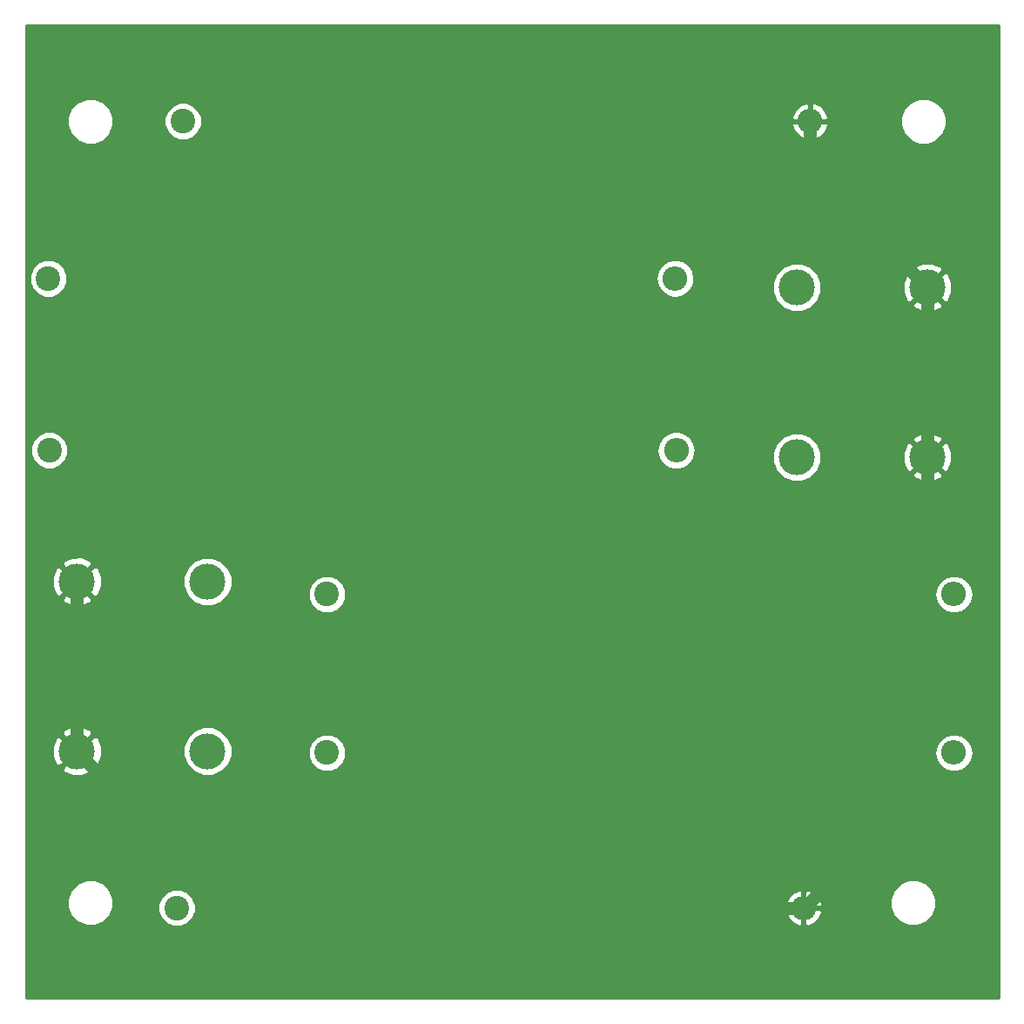
<source format=gbl>
G04 #@! TF.GenerationSoftware,KiCad,Pcbnew,5.0.0*
G04 #@! TF.CreationDate,2018-09-30T11:55:23-04:00*
G04 #@! TF.ProjectId,audio-attenuator,617564696F2D617474656E7561746F72,rev?*
G04 #@! TF.SameCoordinates,Original*
G04 #@! TF.FileFunction,Copper,L2,Bot,Signal*
G04 #@! TF.FilePolarity,Positive*
%FSLAX46Y46*%
G04 Gerber Fmt 4.6, Leading zero omitted, Abs format (unit mm)*
G04 Created by KiCad (PCBNEW 5.0.0) date Sun Sep 30 11:55:23 2018*
%MOMM*%
%LPD*%
G01*
G04 APERTURE LIST*
G04 #@! TA.AperFunction,ComponentPad*
%ADD10C,2.400000*%
G04 #@! TD*
G04 #@! TA.AperFunction,ComponentPad*
%ADD11O,2.400000X2.400000*%
G04 #@! TD*
G04 #@! TA.AperFunction,ComponentPad*
%ADD12C,3.500000*%
G04 #@! TD*
G04 #@! TA.AperFunction,Conductor*
%ADD13C,1.270000*%
G04 #@! TD*
G04 #@! TA.AperFunction,Conductor*
%ADD14C,0.254000*%
G04 #@! TD*
G04 APERTURE END LIST*
D10*
G04 #@! TO.P,R6,1*
G04 #@! TO.N,/ATTEN*
X73000000Y-86400000D03*
D11*
G04 #@! TO.P,R6,2*
G04 #@! TO.N,/OUT*
X133960000Y-86400000D03*
G04 #@! TD*
G04 #@! TO.P,R5,2*
G04 #@! TO.N,/OUT*
X133960000Y-71000000D03*
D10*
G04 #@! TO.P,R5,1*
G04 #@! TO.N,/ATTEN*
X73000000Y-71000000D03*
G04 #@! TD*
G04 #@! TO.P,R4,1*
G04 #@! TO.N,/ATTEN*
X59000000Y-25000000D03*
D11*
G04 #@! TO.P,R4,2*
G04 #@! TO.N,GND*
X119960000Y-25000000D03*
G04 #@! TD*
G04 #@! TO.P,R3,2*
G04 #@! TO.N,GND*
X119360000Y-101500000D03*
D10*
G04 #@! TO.P,R3,1*
G04 #@! TO.N,/ATTEN*
X58400000Y-101500000D03*
G04 #@! TD*
G04 #@! TO.P,R2,1*
G04 #@! TO.N,/IN*
X46000000Y-57000000D03*
D11*
G04 #@! TO.P,R2,2*
G04 #@! TO.N,/ATTEN*
X106960000Y-57000000D03*
G04 #@! TD*
G04 #@! TO.P,R1,2*
G04 #@! TO.N,/ATTEN*
X106860000Y-40300000D03*
D10*
G04 #@! TO.P,R1,1*
G04 #@! TO.N,/IN*
X45900000Y-40300000D03*
G04 #@! TD*
D12*
G04 #@! TO.P,J2,T*
G04 #@! TO.N,/OUT*
X118700000Y-41150000D03*
X118700000Y-57650000D03*
G04 #@! TO.P,J2,S*
G04 #@! TO.N,GND*
X131400000Y-57650000D03*
X131400000Y-41150000D03*
G04 #@! TD*
G04 #@! TO.P,J1,S*
G04 #@! TO.N,GND*
X48700000Y-86250000D03*
X48700000Y-69750000D03*
G04 #@! TO.P,J1,T*
G04 #@! TO.N,/IN*
X61400000Y-69750000D03*
X61400000Y-86250000D03*
G04 #@! TD*
D13*
G04 #@! TO.N,GND*
X48700000Y-69750000D02*
X48700000Y-86250000D01*
X63950000Y-101500000D02*
X119360000Y-101500000D01*
X48700000Y-86250000D02*
X63950000Y-101500000D01*
X131400000Y-55175127D02*
X131400000Y-41150000D01*
X131400000Y-57650000D02*
X131400000Y-55175127D01*
X131400000Y-89460000D02*
X119360000Y-101500000D01*
X131400000Y-57650000D02*
X131400000Y-89460000D01*
X119960000Y-29710000D02*
X131400000Y-41150000D01*
X119960000Y-25000000D02*
X119960000Y-29710000D01*
G04 #@! TD*
D14*
G04 #@! TO.N,GND*
G36*
X138288801Y-110288800D02*
X43711200Y-110288800D01*
X43711200Y-100555431D01*
X47765000Y-100555431D01*
X47765000Y-101444569D01*
X48105259Y-102266026D01*
X48733974Y-102894741D01*
X49555431Y-103235000D01*
X50444569Y-103235000D01*
X51266026Y-102894741D01*
X51894741Y-102266026D01*
X52235000Y-101444569D01*
X52235000Y-101134996D01*
X56565000Y-101134996D01*
X56565000Y-101865004D01*
X56844362Y-102539444D01*
X57360556Y-103055638D01*
X58034996Y-103335000D01*
X58765004Y-103335000D01*
X59439444Y-103055638D01*
X59955638Y-102539444D01*
X60215614Y-101911805D01*
X117571805Y-101911805D01*
X117804358Y-102473258D01*
X118295224Y-102994492D01*
X118948193Y-103288203D01*
X119233000Y-103171858D01*
X119233000Y-101627000D01*
X119487000Y-101627000D01*
X119487000Y-103171858D01*
X119771807Y-103288203D01*
X120424776Y-102994492D01*
X120915642Y-102473258D01*
X121148195Y-101911805D01*
X121031432Y-101627000D01*
X119487000Y-101627000D01*
X119233000Y-101627000D01*
X117688568Y-101627000D01*
X117571805Y-101911805D01*
X60215614Y-101911805D01*
X60235000Y-101865004D01*
X60235000Y-101134996D01*
X60215615Y-101088195D01*
X117571805Y-101088195D01*
X117688568Y-101373000D01*
X119233000Y-101373000D01*
X119233000Y-99828142D01*
X119487000Y-99828142D01*
X119487000Y-101373000D01*
X121031432Y-101373000D01*
X121148195Y-101088195D01*
X120927525Y-100555431D01*
X127765000Y-100555431D01*
X127765000Y-101444569D01*
X128105259Y-102266026D01*
X128733974Y-102894741D01*
X129555431Y-103235000D01*
X130444569Y-103235000D01*
X131266026Y-102894741D01*
X131894741Y-102266026D01*
X132235000Y-101444569D01*
X132235000Y-100555431D01*
X131894741Y-99733974D01*
X131266026Y-99105259D01*
X130444569Y-98765000D01*
X129555431Y-98765000D01*
X128733974Y-99105259D01*
X128105259Y-99733974D01*
X127765000Y-100555431D01*
X120927525Y-100555431D01*
X120915642Y-100526742D01*
X120424776Y-100005508D01*
X119771807Y-99711797D01*
X119487000Y-99828142D01*
X119233000Y-99828142D01*
X118948193Y-99711797D01*
X118295224Y-100005508D01*
X117804358Y-100526742D01*
X117571805Y-101088195D01*
X60215615Y-101088195D01*
X59955638Y-100460556D01*
X59439444Y-99944362D01*
X58765004Y-99665000D01*
X58034996Y-99665000D01*
X57360556Y-99944362D01*
X56844362Y-100460556D01*
X56565000Y-101134996D01*
X52235000Y-101134996D01*
X52235000Y-100555431D01*
X51894741Y-99733974D01*
X51266026Y-99105259D01*
X50444569Y-98765000D01*
X49555431Y-98765000D01*
X48733974Y-99105259D01*
X48105259Y-99733974D01*
X47765000Y-100555431D01*
X43711200Y-100555431D01*
X43711200Y-87944528D01*
X47185077Y-87944528D01*
X47375364Y-88289271D01*
X48256591Y-88640956D01*
X49205323Y-88628641D01*
X50024636Y-88289271D01*
X50214923Y-87944528D01*
X48700000Y-86429605D01*
X47185077Y-87944528D01*
X43711200Y-87944528D01*
X43711200Y-85806591D01*
X46309044Y-85806591D01*
X46321359Y-86755323D01*
X46660729Y-87574636D01*
X47005472Y-87764923D01*
X48520395Y-86250000D01*
X48879605Y-86250000D01*
X50394528Y-87764923D01*
X50739271Y-87574636D01*
X51090956Y-86693409D01*
X51079043Y-85775594D01*
X59015000Y-85775594D01*
X59015000Y-86724406D01*
X59378095Y-87600994D01*
X60049006Y-88271905D01*
X60925594Y-88635000D01*
X61874406Y-88635000D01*
X62750994Y-88271905D01*
X63421905Y-87600994D01*
X63785000Y-86724406D01*
X63785000Y-86034996D01*
X71165000Y-86034996D01*
X71165000Y-86765004D01*
X71444362Y-87439444D01*
X71960556Y-87955638D01*
X72634996Y-88235000D01*
X73365004Y-88235000D01*
X74039444Y-87955638D01*
X74555638Y-87439444D01*
X74835000Y-86765004D01*
X74835000Y-86400000D01*
X132089051Y-86400000D01*
X132231469Y-87115981D01*
X132637039Y-87722961D01*
X133244019Y-88128531D01*
X133779273Y-88235000D01*
X134140727Y-88235000D01*
X134675981Y-88128531D01*
X135282961Y-87722961D01*
X135688531Y-87115981D01*
X135830949Y-86400000D01*
X135688531Y-85684019D01*
X135282961Y-85077039D01*
X134675981Y-84671469D01*
X134140727Y-84565000D01*
X133779273Y-84565000D01*
X133244019Y-84671469D01*
X132637039Y-85077039D01*
X132231469Y-85684019D01*
X132089051Y-86400000D01*
X74835000Y-86400000D01*
X74835000Y-86034996D01*
X74555638Y-85360556D01*
X74039444Y-84844362D01*
X73365004Y-84565000D01*
X72634996Y-84565000D01*
X71960556Y-84844362D01*
X71444362Y-85360556D01*
X71165000Y-86034996D01*
X63785000Y-86034996D01*
X63785000Y-85775594D01*
X63421905Y-84899006D01*
X62750994Y-84228095D01*
X61874406Y-83865000D01*
X60925594Y-83865000D01*
X60049006Y-84228095D01*
X59378095Y-84899006D01*
X59015000Y-85775594D01*
X51079043Y-85775594D01*
X51078641Y-85744677D01*
X50739271Y-84925364D01*
X50394528Y-84735077D01*
X48879605Y-86250000D01*
X48520395Y-86250000D01*
X47005472Y-84735077D01*
X46660729Y-84925364D01*
X46309044Y-85806591D01*
X43711200Y-85806591D01*
X43711200Y-84555472D01*
X47185077Y-84555472D01*
X48700000Y-86070395D01*
X50214923Y-84555472D01*
X50024636Y-84210729D01*
X49143409Y-83859044D01*
X48194677Y-83871359D01*
X47375364Y-84210729D01*
X47185077Y-84555472D01*
X43711200Y-84555472D01*
X43711200Y-71444528D01*
X47185077Y-71444528D01*
X47375364Y-71789271D01*
X48256591Y-72140956D01*
X49205323Y-72128641D01*
X50024636Y-71789271D01*
X50214923Y-71444528D01*
X48700000Y-69929605D01*
X47185077Y-71444528D01*
X43711200Y-71444528D01*
X43711200Y-69306591D01*
X46309044Y-69306591D01*
X46321359Y-70255323D01*
X46660729Y-71074636D01*
X47005472Y-71264923D01*
X48520395Y-69750000D01*
X48879605Y-69750000D01*
X50394528Y-71264923D01*
X50739271Y-71074636D01*
X51090956Y-70193409D01*
X51079043Y-69275594D01*
X59015000Y-69275594D01*
X59015000Y-70224406D01*
X59378095Y-71100994D01*
X60049006Y-71771905D01*
X60925594Y-72135000D01*
X61874406Y-72135000D01*
X62750994Y-71771905D01*
X63421905Y-71100994D01*
X63614927Y-70634996D01*
X71165000Y-70634996D01*
X71165000Y-71365004D01*
X71444362Y-72039444D01*
X71960556Y-72555638D01*
X72634996Y-72835000D01*
X73365004Y-72835000D01*
X74039444Y-72555638D01*
X74555638Y-72039444D01*
X74835000Y-71365004D01*
X74835000Y-71000000D01*
X132089051Y-71000000D01*
X132231469Y-71715981D01*
X132637039Y-72322961D01*
X133244019Y-72728531D01*
X133779273Y-72835000D01*
X134140727Y-72835000D01*
X134675981Y-72728531D01*
X135282961Y-72322961D01*
X135688531Y-71715981D01*
X135830949Y-71000000D01*
X135688531Y-70284019D01*
X135282961Y-69677039D01*
X134675981Y-69271469D01*
X134140727Y-69165000D01*
X133779273Y-69165000D01*
X133244019Y-69271469D01*
X132637039Y-69677039D01*
X132231469Y-70284019D01*
X132089051Y-71000000D01*
X74835000Y-71000000D01*
X74835000Y-70634996D01*
X74555638Y-69960556D01*
X74039444Y-69444362D01*
X73365004Y-69165000D01*
X72634996Y-69165000D01*
X71960556Y-69444362D01*
X71444362Y-69960556D01*
X71165000Y-70634996D01*
X63614927Y-70634996D01*
X63785000Y-70224406D01*
X63785000Y-69275594D01*
X63421905Y-68399006D01*
X62750994Y-67728095D01*
X61874406Y-67365000D01*
X60925594Y-67365000D01*
X60049006Y-67728095D01*
X59378095Y-68399006D01*
X59015000Y-69275594D01*
X51079043Y-69275594D01*
X51078641Y-69244677D01*
X50739271Y-68425364D01*
X50394528Y-68235077D01*
X48879605Y-69750000D01*
X48520395Y-69750000D01*
X47005472Y-68235077D01*
X46660729Y-68425364D01*
X46309044Y-69306591D01*
X43711200Y-69306591D01*
X43711200Y-68055472D01*
X47185077Y-68055472D01*
X48700000Y-69570395D01*
X50214923Y-68055472D01*
X50024636Y-67710729D01*
X49143409Y-67359044D01*
X48194677Y-67371359D01*
X47375364Y-67710729D01*
X47185077Y-68055472D01*
X43711200Y-68055472D01*
X43711200Y-56634996D01*
X44165000Y-56634996D01*
X44165000Y-57365004D01*
X44444362Y-58039444D01*
X44960556Y-58555638D01*
X45634996Y-58835000D01*
X46365004Y-58835000D01*
X47039444Y-58555638D01*
X47555638Y-58039444D01*
X47835000Y-57365004D01*
X47835000Y-57000000D01*
X105089051Y-57000000D01*
X105231469Y-57715981D01*
X105637039Y-58322961D01*
X106244019Y-58728531D01*
X106779273Y-58835000D01*
X107140727Y-58835000D01*
X107675981Y-58728531D01*
X108282961Y-58322961D01*
X108688531Y-57715981D01*
X108796021Y-57175594D01*
X116315000Y-57175594D01*
X116315000Y-58124406D01*
X116678095Y-59000994D01*
X117349006Y-59671905D01*
X118225594Y-60035000D01*
X119174406Y-60035000D01*
X120050994Y-59671905D01*
X120378371Y-59344528D01*
X129885077Y-59344528D01*
X130075364Y-59689271D01*
X130956591Y-60040956D01*
X131905323Y-60028641D01*
X132724636Y-59689271D01*
X132914923Y-59344528D01*
X131400000Y-57829605D01*
X129885077Y-59344528D01*
X120378371Y-59344528D01*
X120721905Y-59000994D01*
X121085000Y-58124406D01*
X121085000Y-57206591D01*
X129009044Y-57206591D01*
X129021359Y-58155323D01*
X129360729Y-58974636D01*
X129705472Y-59164923D01*
X131220395Y-57650000D01*
X131579605Y-57650000D01*
X133094528Y-59164923D01*
X133439271Y-58974636D01*
X133790956Y-58093409D01*
X133778641Y-57144677D01*
X133439271Y-56325364D01*
X133094528Y-56135077D01*
X131579605Y-57650000D01*
X131220395Y-57650000D01*
X129705472Y-56135077D01*
X129360729Y-56325364D01*
X129009044Y-57206591D01*
X121085000Y-57206591D01*
X121085000Y-57175594D01*
X120721905Y-56299006D01*
X120378371Y-55955472D01*
X129885077Y-55955472D01*
X131400000Y-57470395D01*
X132914923Y-55955472D01*
X132724636Y-55610729D01*
X131843409Y-55259044D01*
X130894677Y-55271359D01*
X130075364Y-55610729D01*
X129885077Y-55955472D01*
X120378371Y-55955472D01*
X120050994Y-55628095D01*
X119174406Y-55265000D01*
X118225594Y-55265000D01*
X117349006Y-55628095D01*
X116678095Y-56299006D01*
X116315000Y-57175594D01*
X108796021Y-57175594D01*
X108830949Y-57000000D01*
X108688531Y-56284019D01*
X108282961Y-55677039D01*
X107675981Y-55271469D01*
X107140727Y-55165000D01*
X106779273Y-55165000D01*
X106244019Y-55271469D01*
X105637039Y-55677039D01*
X105231469Y-56284019D01*
X105089051Y-57000000D01*
X47835000Y-57000000D01*
X47835000Y-56634996D01*
X47555638Y-55960556D01*
X47039444Y-55444362D01*
X46365004Y-55165000D01*
X45634996Y-55165000D01*
X44960556Y-55444362D01*
X44444362Y-55960556D01*
X44165000Y-56634996D01*
X43711200Y-56634996D01*
X43711200Y-39934996D01*
X44065000Y-39934996D01*
X44065000Y-40665004D01*
X44344362Y-41339444D01*
X44860556Y-41855638D01*
X45534996Y-42135000D01*
X46265004Y-42135000D01*
X46939444Y-41855638D01*
X47455638Y-41339444D01*
X47735000Y-40665004D01*
X47735000Y-40300000D01*
X104989051Y-40300000D01*
X105131469Y-41015981D01*
X105537039Y-41622961D01*
X106144019Y-42028531D01*
X106679273Y-42135000D01*
X107040727Y-42135000D01*
X107575981Y-42028531D01*
X108182961Y-41622961D01*
X108588531Y-41015981D01*
X108656238Y-40675594D01*
X116315000Y-40675594D01*
X116315000Y-41624406D01*
X116678095Y-42500994D01*
X117349006Y-43171905D01*
X118225594Y-43535000D01*
X119174406Y-43535000D01*
X120050994Y-43171905D01*
X120378371Y-42844528D01*
X129885077Y-42844528D01*
X130075364Y-43189271D01*
X130956591Y-43540956D01*
X131905323Y-43528641D01*
X132724636Y-43189271D01*
X132914923Y-42844528D01*
X131400000Y-41329605D01*
X129885077Y-42844528D01*
X120378371Y-42844528D01*
X120721905Y-42500994D01*
X121085000Y-41624406D01*
X121085000Y-40706591D01*
X129009044Y-40706591D01*
X129021359Y-41655323D01*
X129360729Y-42474636D01*
X129705472Y-42664923D01*
X131220395Y-41150000D01*
X131579605Y-41150000D01*
X133094528Y-42664923D01*
X133439271Y-42474636D01*
X133790956Y-41593409D01*
X133778641Y-40644677D01*
X133439271Y-39825364D01*
X133094528Y-39635077D01*
X131579605Y-41150000D01*
X131220395Y-41150000D01*
X129705472Y-39635077D01*
X129360729Y-39825364D01*
X129009044Y-40706591D01*
X121085000Y-40706591D01*
X121085000Y-40675594D01*
X120721905Y-39799006D01*
X120378371Y-39455472D01*
X129885077Y-39455472D01*
X131400000Y-40970395D01*
X132914923Y-39455472D01*
X132724636Y-39110729D01*
X131843409Y-38759044D01*
X130894677Y-38771359D01*
X130075364Y-39110729D01*
X129885077Y-39455472D01*
X120378371Y-39455472D01*
X120050994Y-39128095D01*
X119174406Y-38765000D01*
X118225594Y-38765000D01*
X117349006Y-39128095D01*
X116678095Y-39799006D01*
X116315000Y-40675594D01*
X108656238Y-40675594D01*
X108730949Y-40300000D01*
X108588531Y-39584019D01*
X108182961Y-38977039D01*
X107575981Y-38571469D01*
X107040727Y-38465000D01*
X106679273Y-38465000D01*
X106144019Y-38571469D01*
X105537039Y-38977039D01*
X105131469Y-39584019D01*
X104989051Y-40300000D01*
X47735000Y-40300000D01*
X47735000Y-39934996D01*
X47455638Y-39260556D01*
X46939444Y-38744362D01*
X46265004Y-38465000D01*
X45534996Y-38465000D01*
X44860556Y-38744362D01*
X44344362Y-39260556D01*
X44065000Y-39934996D01*
X43711200Y-39934996D01*
X43711200Y-24555431D01*
X47765000Y-24555431D01*
X47765000Y-25444569D01*
X48105259Y-26266026D01*
X48733974Y-26894741D01*
X49555431Y-27235000D01*
X50444569Y-27235000D01*
X51266026Y-26894741D01*
X51894741Y-26266026D01*
X52235000Y-25444569D01*
X52235000Y-24634996D01*
X57165000Y-24634996D01*
X57165000Y-25365004D01*
X57444362Y-26039444D01*
X57960556Y-26555638D01*
X58634996Y-26835000D01*
X59365004Y-26835000D01*
X60039444Y-26555638D01*
X60555638Y-26039444D01*
X60815614Y-25411805D01*
X118171805Y-25411805D01*
X118404358Y-25973258D01*
X118895224Y-26494492D01*
X119548193Y-26788203D01*
X119833000Y-26671858D01*
X119833000Y-25127000D01*
X120087000Y-25127000D01*
X120087000Y-26671858D01*
X120371807Y-26788203D01*
X121024776Y-26494492D01*
X121515642Y-25973258D01*
X121748195Y-25411805D01*
X121631432Y-25127000D01*
X120087000Y-25127000D01*
X119833000Y-25127000D01*
X118288568Y-25127000D01*
X118171805Y-25411805D01*
X60815614Y-25411805D01*
X60835000Y-25365004D01*
X60835000Y-24634996D01*
X60815615Y-24588195D01*
X118171805Y-24588195D01*
X118288568Y-24873000D01*
X119833000Y-24873000D01*
X119833000Y-23328142D01*
X120087000Y-23328142D01*
X120087000Y-24873000D01*
X121631432Y-24873000D01*
X121748195Y-24588195D01*
X121734625Y-24555431D01*
X128765000Y-24555431D01*
X128765000Y-25444569D01*
X129105259Y-26266026D01*
X129733974Y-26894741D01*
X130555431Y-27235000D01*
X131444569Y-27235000D01*
X132266026Y-26894741D01*
X132894741Y-26266026D01*
X133235000Y-25444569D01*
X133235000Y-24555431D01*
X132894741Y-23733974D01*
X132266026Y-23105259D01*
X131444569Y-22765000D01*
X130555431Y-22765000D01*
X129733974Y-23105259D01*
X129105259Y-23733974D01*
X128765000Y-24555431D01*
X121734625Y-24555431D01*
X121515642Y-24026742D01*
X121024776Y-23505508D01*
X120371807Y-23211797D01*
X120087000Y-23328142D01*
X119833000Y-23328142D01*
X119548193Y-23211797D01*
X118895224Y-23505508D01*
X118404358Y-24026742D01*
X118171805Y-24588195D01*
X60815615Y-24588195D01*
X60555638Y-23960556D01*
X60039444Y-23444362D01*
X59365004Y-23165000D01*
X58634996Y-23165000D01*
X57960556Y-23444362D01*
X57444362Y-23960556D01*
X57165000Y-24634996D01*
X52235000Y-24634996D01*
X52235000Y-24555431D01*
X51894741Y-23733974D01*
X51266026Y-23105259D01*
X50444569Y-22765000D01*
X49555431Y-22765000D01*
X48733974Y-23105259D01*
X48105259Y-23733974D01*
X47765000Y-24555431D01*
X43711200Y-24555431D01*
X43711200Y-15711200D01*
X138288800Y-15711200D01*
X138288801Y-110288800D01*
X138288801Y-110288800D01*
G37*
X138288801Y-110288800D02*
X43711200Y-110288800D01*
X43711200Y-100555431D01*
X47765000Y-100555431D01*
X47765000Y-101444569D01*
X48105259Y-102266026D01*
X48733974Y-102894741D01*
X49555431Y-103235000D01*
X50444569Y-103235000D01*
X51266026Y-102894741D01*
X51894741Y-102266026D01*
X52235000Y-101444569D01*
X52235000Y-101134996D01*
X56565000Y-101134996D01*
X56565000Y-101865004D01*
X56844362Y-102539444D01*
X57360556Y-103055638D01*
X58034996Y-103335000D01*
X58765004Y-103335000D01*
X59439444Y-103055638D01*
X59955638Y-102539444D01*
X60215614Y-101911805D01*
X117571805Y-101911805D01*
X117804358Y-102473258D01*
X118295224Y-102994492D01*
X118948193Y-103288203D01*
X119233000Y-103171858D01*
X119233000Y-101627000D01*
X119487000Y-101627000D01*
X119487000Y-103171858D01*
X119771807Y-103288203D01*
X120424776Y-102994492D01*
X120915642Y-102473258D01*
X121148195Y-101911805D01*
X121031432Y-101627000D01*
X119487000Y-101627000D01*
X119233000Y-101627000D01*
X117688568Y-101627000D01*
X117571805Y-101911805D01*
X60215614Y-101911805D01*
X60235000Y-101865004D01*
X60235000Y-101134996D01*
X60215615Y-101088195D01*
X117571805Y-101088195D01*
X117688568Y-101373000D01*
X119233000Y-101373000D01*
X119233000Y-99828142D01*
X119487000Y-99828142D01*
X119487000Y-101373000D01*
X121031432Y-101373000D01*
X121148195Y-101088195D01*
X120927525Y-100555431D01*
X127765000Y-100555431D01*
X127765000Y-101444569D01*
X128105259Y-102266026D01*
X128733974Y-102894741D01*
X129555431Y-103235000D01*
X130444569Y-103235000D01*
X131266026Y-102894741D01*
X131894741Y-102266026D01*
X132235000Y-101444569D01*
X132235000Y-100555431D01*
X131894741Y-99733974D01*
X131266026Y-99105259D01*
X130444569Y-98765000D01*
X129555431Y-98765000D01*
X128733974Y-99105259D01*
X128105259Y-99733974D01*
X127765000Y-100555431D01*
X120927525Y-100555431D01*
X120915642Y-100526742D01*
X120424776Y-100005508D01*
X119771807Y-99711797D01*
X119487000Y-99828142D01*
X119233000Y-99828142D01*
X118948193Y-99711797D01*
X118295224Y-100005508D01*
X117804358Y-100526742D01*
X117571805Y-101088195D01*
X60215615Y-101088195D01*
X59955638Y-100460556D01*
X59439444Y-99944362D01*
X58765004Y-99665000D01*
X58034996Y-99665000D01*
X57360556Y-99944362D01*
X56844362Y-100460556D01*
X56565000Y-101134996D01*
X52235000Y-101134996D01*
X52235000Y-100555431D01*
X51894741Y-99733974D01*
X51266026Y-99105259D01*
X50444569Y-98765000D01*
X49555431Y-98765000D01*
X48733974Y-99105259D01*
X48105259Y-99733974D01*
X47765000Y-100555431D01*
X43711200Y-100555431D01*
X43711200Y-87944528D01*
X47185077Y-87944528D01*
X47375364Y-88289271D01*
X48256591Y-88640956D01*
X49205323Y-88628641D01*
X50024636Y-88289271D01*
X50214923Y-87944528D01*
X48700000Y-86429605D01*
X47185077Y-87944528D01*
X43711200Y-87944528D01*
X43711200Y-85806591D01*
X46309044Y-85806591D01*
X46321359Y-86755323D01*
X46660729Y-87574636D01*
X47005472Y-87764923D01*
X48520395Y-86250000D01*
X48879605Y-86250000D01*
X50394528Y-87764923D01*
X50739271Y-87574636D01*
X51090956Y-86693409D01*
X51079043Y-85775594D01*
X59015000Y-85775594D01*
X59015000Y-86724406D01*
X59378095Y-87600994D01*
X60049006Y-88271905D01*
X60925594Y-88635000D01*
X61874406Y-88635000D01*
X62750994Y-88271905D01*
X63421905Y-87600994D01*
X63785000Y-86724406D01*
X63785000Y-86034996D01*
X71165000Y-86034996D01*
X71165000Y-86765004D01*
X71444362Y-87439444D01*
X71960556Y-87955638D01*
X72634996Y-88235000D01*
X73365004Y-88235000D01*
X74039444Y-87955638D01*
X74555638Y-87439444D01*
X74835000Y-86765004D01*
X74835000Y-86400000D01*
X132089051Y-86400000D01*
X132231469Y-87115981D01*
X132637039Y-87722961D01*
X133244019Y-88128531D01*
X133779273Y-88235000D01*
X134140727Y-88235000D01*
X134675981Y-88128531D01*
X135282961Y-87722961D01*
X135688531Y-87115981D01*
X135830949Y-86400000D01*
X135688531Y-85684019D01*
X135282961Y-85077039D01*
X134675981Y-84671469D01*
X134140727Y-84565000D01*
X133779273Y-84565000D01*
X133244019Y-84671469D01*
X132637039Y-85077039D01*
X132231469Y-85684019D01*
X132089051Y-86400000D01*
X74835000Y-86400000D01*
X74835000Y-86034996D01*
X74555638Y-85360556D01*
X74039444Y-84844362D01*
X73365004Y-84565000D01*
X72634996Y-84565000D01*
X71960556Y-84844362D01*
X71444362Y-85360556D01*
X71165000Y-86034996D01*
X63785000Y-86034996D01*
X63785000Y-85775594D01*
X63421905Y-84899006D01*
X62750994Y-84228095D01*
X61874406Y-83865000D01*
X60925594Y-83865000D01*
X60049006Y-84228095D01*
X59378095Y-84899006D01*
X59015000Y-85775594D01*
X51079043Y-85775594D01*
X51078641Y-85744677D01*
X50739271Y-84925364D01*
X50394528Y-84735077D01*
X48879605Y-86250000D01*
X48520395Y-86250000D01*
X47005472Y-84735077D01*
X46660729Y-84925364D01*
X46309044Y-85806591D01*
X43711200Y-85806591D01*
X43711200Y-84555472D01*
X47185077Y-84555472D01*
X48700000Y-86070395D01*
X50214923Y-84555472D01*
X50024636Y-84210729D01*
X49143409Y-83859044D01*
X48194677Y-83871359D01*
X47375364Y-84210729D01*
X47185077Y-84555472D01*
X43711200Y-84555472D01*
X43711200Y-71444528D01*
X47185077Y-71444528D01*
X47375364Y-71789271D01*
X48256591Y-72140956D01*
X49205323Y-72128641D01*
X50024636Y-71789271D01*
X50214923Y-71444528D01*
X48700000Y-69929605D01*
X47185077Y-71444528D01*
X43711200Y-71444528D01*
X43711200Y-69306591D01*
X46309044Y-69306591D01*
X46321359Y-70255323D01*
X46660729Y-71074636D01*
X47005472Y-71264923D01*
X48520395Y-69750000D01*
X48879605Y-69750000D01*
X50394528Y-71264923D01*
X50739271Y-71074636D01*
X51090956Y-70193409D01*
X51079043Y-69275594D01*
X59015000Y-69275594D01*
X59015000Y-70224406D01*
X59378095Y-71100994D01*
X60049006Y-71771905D01*
X60925594Y-72135000D01*
X61874406Y-72135000D01*
X62750994Y-71771905D01*
X63421905Y-71100994D01*
X63614927Y-70634996D01*
X71165000Y-70634996D01*
X71165000Y-71365004D01*
X71444362Y-72039444D01*
X71960556Y-72555638D01*
X72634996Y-72835000D01*
X73365004Y-72835000D01*
X74039444Y-72555638D01*
X74555638Y-72039444D01*
X74835000Y-71365004D01*
X74835000Y-71000000D01*
X132089051Y-71000000D01*
X132231469Y-71715981D01*
X132637039Y-72322961D01*
X133244019Y-72728531D01*
X133779273Y-72835000D01*
X134140727Y-72835000D01*
X134675981Y-72728531D01*
X135282961Y-72322961D01*
X135688531Y-71715981D01*
X135830949Y-71000000D01*
X135688531Y-70284019D01*
X135282961Y-69677039D01*
X134675981Y-69271469D01*
X134140727Y-69165000D01*
X133779273Y-69165000D01*
X133244019Y-69271469D01*
X132637039Y-69677039D01*
X132231469Y-70284019D01*
X132089051Y-71000000D01*
X74835000Y-71000000D01*
X74835000Y-70634996D01*
X74555638Y-69960556D01*
X74039444Y-69444362D01*
X73365004Y-69165000D01*
X72634996Y-69165000D01*
X71960556Y-69444362D01*
X71444362Y-69960556D01*
X71165000Y-70634996D01*
X63614927Y-70634996D01*
X63785000Y-70224406D01*
X63785000Y-69275594D01*
X63421905Y-68399006D01*
X62750994Y-67728095D01*
X61874406Y-67365000D01*
X60925594Y-67365000D01*
X60049006Y-67728095D01*
X59378095Y-68399006D01*
X59015000Y-69275594D01*
X51079043Y-69275594D01*
X51078641Y-69244677D01*
X50739271Y-68425364D01*
X50394528Y-68235077D01*
X48879605Y-69750000D01*
X48520395Y-69750000D01*
X47005472Y-68235077D01*
X46660729Y-68425364D01*
X46309044Y-69306591D01*
X43711200Y-69306591D01*
X43711200Y-68055472D01*
X47185077Y-68055472D01*
X48700000Y-69570395D01*
X50214923Y-68055472D01*
X50024636Y-67710729D01*
X49143409Y-67359044D01*
X48194677Y-67371359D01*
X47375364Y-67710729D01*
X47185077Y-68055472D01*
X43711200Y-68055472D01*
X43711200Y-56634996D01*
X44165000Y-56634996D01*
X44165000Y-57365004D01*
X44444362Y-58039444D01*
X44960556Y-58555638D01*
X45634996Y-58835000D01*
X46365004Y-58835000D01*
X47039444Y-58555638D01*
X47555638Y-58039444D01*
X47835000Y-57365004D01*
X47835000Y-57000000D01*
X105089051Y-57000000D01*
X105231469Y-57715981D01*
X105637039Y-58322961D01*
X106244019Y-58728531D01*
X106779273Y-58835000D01*
X107140727Y-58835000D01*
X107675981Y-58728531D01*
X108282961Y-58322961D01*
X108688531Y-57715981D01*
X108796021Y-57175594D01*
X116315000Y-57175594D01*
X116315000Y-58124406D01*
X116678095Y-59000994D01*
X117349006Y-59671905D01*
X118225594Y-60035000D01*
X119174406Y-60035000D01*
X120050994Y-59671905D01*
X120378371Y-59344528D01*
X129885077Y-59344528D01*
X130075364Y-59689271D01*
X130956591Y-60040956D01*
X131905323Y-60028641D01*
X132724636Y-59689271D01*
X132914923Y-59344528D01*
X131400000Y-57829605D01*
X129885077Y-59344528D01*
X120378371Y-59344528D01*
X120721905Y-59000994D01*
X121085000Y-58124406D01*
X121085000Y-57206591D01*
X129009044Y-57206591D01*
X129021359Y-58155323D01*
X129360729Y-58974636D01*
X129705472Y-59164923D01*
X131220395Y-57650000D01*
X131579605Y-57650000D01*
X133094528Y-59164923D01*
X133439271Y-58974636D01*
X133790956Y-58093409D01*
X133778641Y-57144677D01*
X133439271Y-56325364D01*
X133094528Y-56135077D01*
X131579605Y-57650000D01*
X131220395Y-57650000D01*
X129705472Y-56135077D01*
X129360729Y-56325364D01*
X129009044Y-57206591D01*
X121085000Y-57206591D01*
X121085000Y-57175594D01*
X120721905Y-56299006D01*
X120378371Y-55955472D01*
X129885077Y-55955472D01*
X131400000Y-57470395D01*
X132914923Y-55955472D01*
X132724636Y-55610729D01*
X131843409Y-55259044D01*
X130894677Y-55271359D01*
X130075364Y-55610729D01*
X129885077Y-55955472D01*
X120378371Y-55955472D01*
X120050994Y-55628095D01*
X119174406Y-55265000D01*
X118225594Y-55265000D01*
X117349006Y-55628095D01*
X116678095Y-56299006D01*
X116315000Y-57175594D01*
X108796021Y-57175594D01*
X108830949Y-57000000D01*
X108688531Y-56284019D01*
X108282961Y-55677039D01*
X107675981Y-55271469D01*
X107140727Y-55165000D01*
X106779273Y-55165000D01*
X106244019Y-55271469D01*
X105637039Y-55677039D01*
X105231469Y-56284019D01*
X105089051Y-57000000D01*
X47835000Y-57000000D01*
X47835000Y-56634996D01*
X47555638Y-55960556D01*
X47039444Y-55444362D01*
X46365004Y-55165000D01*
X45634996Y-55165000D01*
X44960556Y-55444362D01*
X44444362Y-55960556D01*
X44165000Y-56634996D01*
X43711200Y-56634996D01*
X43711200Y-39934996D01*
X44065000Y-39934996D01*
X44065000Y-40665004D01*
X44344362Y-41339444D01*
X44860556Y-41855638D01*
X45534996Y-42135000D01*
X46265004Y-42135000D01*
X46939444Y-41855638D01*
X47455638Y-41339444D01*
X47735000Y-40665004D01*
X47735000Y-40300000D01*
X104989051Y-40300000D01*
X105131469Y-41015981D01*
X105537039Y-41622961D01*
X106144019Y-42028531D01*
X106679273Y-42135000D01*
X107040727Y-42135000D01*
X107575981Y-42028531D01*
X108182961Y-41622961D01*
X108588531Y-41015981D01*
X108656238Y-40675594D01*
X116315000Y-40675594D01*
X116315000Y-41624406D01*
X116678095Y-42500994D01*
X117349006Y-43171905D01*
X118225594Y-43535000D01*
X119174406Y-43535000D01*
X120050994Y-43171905D01*
X120378371Y-42844528D01*
X129885077Y-42844528D01*
X130075364Y-43189271D01*
X130956591Y-43540956D01*
X131905323Y-43528641D01*
X132724636Y-43189271D01*
X132914923Y-42844528D01*
X131400000Y-41329605D01*
X129885077Y-42844528D01*
X120378371Y-42844528D01*
X120721905Y-42500994D01*
X121085000Y-41624406D01*
X121085000Y-40706591D01*
X129009044Y-40706591D01*
X129021359Y-41655323D01*
X129360729Y-42474636D01*
X129705472Y-42664923D01*
X131220395Y-41150000D01*
X131579605Y-41150000D01*
X133094528Y-42664923D01*
X133439271Y-42474636D01*
X133790956Y-41593409D01*
X133778641Y-40644677D01*
X133439271Y-39825364D01*
X133094528Y-39635077D01*
X131579605Y-41150000D01*
X131220395Y-41150000D01*
X129705472Y-39635077D01*
X129360729Y-39825364D01*
X129009044Y-40706591D01*
X121085000Y-40706591D01*
X121085000Y-40675594D01*
X120721905Y-39799006D01*
X120378371Y-39455472D01*
X129885077Y-39455472D01*
X131400000Y-40970395D01*
X132914923Y-39455472D01*
X132724636Y-39110729D01*
X131843409Y-38759044D01*
X130894677Y-38771359D01*
X130075364Y-39110729D01*
X129885077Y-39455472D01*
X120378371Y-39455472D01*
X120050994Y-39128095D01*
X119174406Y-38765000D01*
X118225594Y-38765000D01*
X117349006Y-39128095D01*
X116678095Y-39799006D01*
X116315000Y-40675594D01*
X108656238Y-40675594D01*
X108730949Y-40300000D01*
X108588531Y-39584019D01*
X108182961Y-38977039D01*
X107575981Y-38571469D01*
X107040727Y-38465000D01*
X106679273Y-38465000D01*
X106144019Y-38571469D01*
X105537039Y-38977039D01*
X105131469Y-39584019D01*
X104989051Y-40300000D01*
X47735000Y-40300000D01*
X47735000Y-39934996D01*
X47455638Y-39260556D01*
X46939444Y-38744362D01*
X46265004Y-38465000D01*
X45534996Y-38465000D01*
X44860556Y-38744362D01*
X44344362Y-39260556D01*
X44065000Y-39934996D01*
X43711200Y-39934996D01*
X43711200Y-24555431D01*
X47765000Y-24555431D01*
X47765000Y-25444569D01*
X48105259Y-26266026D01*
X48733974Y-26894741D01*
X49555431Y-27235000D01*
X50444569Y-27235000D01*
X51266026Y-26894741D01*
X51894741Y-26266026D01*
X52235000Y-25444569D01*
X52235000Y-24634996D01*
X57165000Y-24634996D01*
X57165000Y-25365004D01*
X57444362Y-26039444D01*
X57960556Y-26555638D01*
X58634996Y-26835000D01*
X59365004Y-26835000D01*
X60039444Y-26555638D01*
X60555638Y-26039444D01*
X60815614Y-25411805D01*
X118171805Y-25411805D01*
X118404358Y-25973258D01*
X118895224Y-26494492D01*
X119548193Y-26788203D01*
X119833000Y-26671858D01*
X119833000Y-25127000D01*
X120087000Y-25127000D01*
X120087000Y-26671858D01*
X120371807Y-26788203D01*
X121024776Y-26494492D01*
X121515642Y-25973258D01*
X121748195Y-25411805D01*
X121631432Y-25127000D01*
X120087000Y-25127000D01*
X119833000Y-25127000D01*
X118288568Y-25127000D01*
X118171805Y-25411805D01*
X60815614Y-25411805D01*
X60835000Y-25365004D01*
X60835000Y-24634996D01*
X60815615Y-24588195D01*
X118171805Y-24588195D01*
X118288568Y-24873000D01*
X119833000Y-24873000D01*
X119833000Y-23328142D01*
X120087000Y-23328142D01*
X120087000Y-24873000D01*
X121631432Y-24873000D01*
X121748195Y-24588195D01*
X121734625Y-24555431D01*
X128765000Y-24555431D01*
X128765000Y-25444569D01*
X129105259Y-26266026D01*
X129733974Y-26894741D01*
X130555431Y-27235000D01*
X131444569Y-27235000D01*
X132266026Y-26894741D01*
X132894741Y-26266026D01*
X133235000Y-25444569D01*
X133235000Y-24555431D01*
X132894741Y-23733974D01*
X132266026Y-23105259D01*
X131444569Y-22765000D01*
X130555431Y-22765000D01*
X129733974Y-23105259D01*
X129105259Y-23733974D01*
X128765000Y-24555431D01*
X121734625Y-24555431D01*
X121515642Y-24026742D01*
X121024776Y-23505508D01*
X120371807Y-23211797D01*
X120087000Y-23328142D01*
X119833000Y-23328142D01*
X119548193Y-23211797D01*
X118895224Y-23505508D01*
X118404358Y-24026742D01*
X118171805Y-24588195D01*
X60815615Y-24588195D01*
X60555638Y-23960556D01*
X60039444Y-23444362D01*
X59365004Y-23165000D01*
X58634996Y-23165000D01*
X57960556Y-23444362D01*
X57444362Y-23960556D01*
X57165000Y-24634996D01*
X52235000Y-24634996D01*
X52235000Y-24555431D01*
X51894741Y-23733974D01*
X51266026Y-23105259D01*
X50444569Y-22765000D01*
X49555431Y-22765000D01*
X48733974Y-23105259D01*
X48105259Y-23733974D01*
X47765000Y-24555431D01*
X43711200Y-24555431D01*
X43711200Y-15711200D01*
X138288800Y-15711200D01*
X138288801Y-110288800D01*
G04 #@! TD*
M02*

</source>
